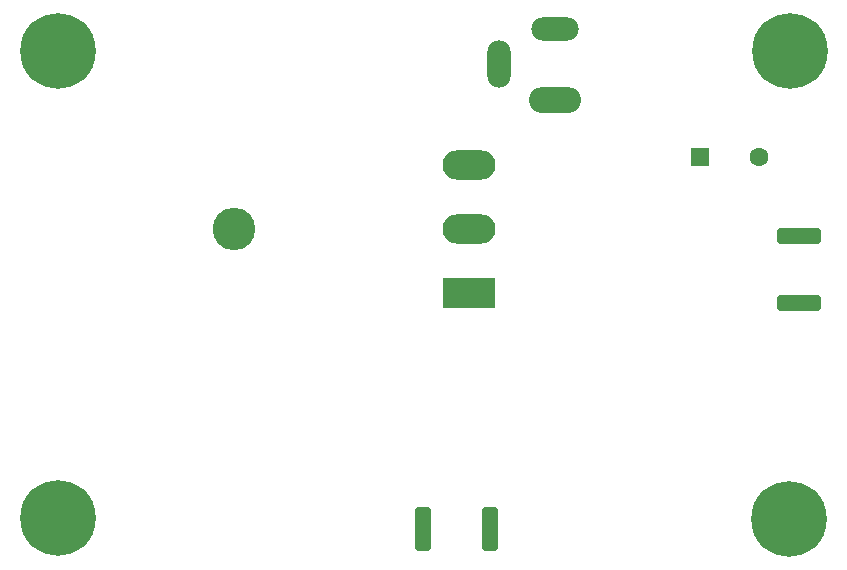
<source format=gbr>
%TF.GenerationSoftware,KiCad,Pcbnew,8.99.0-unknown-2b81d3a93c~180~ubuntu22.04.1*%
%TF.CreationDate,2024-08-01T07:46:56+05:30*%
%TF.ProjectId,HF-PA-v10,48462d50-412d-4763-9130-2e6b69636164,rev?*%
%TF.SameCoordinates,Original*%
%TF.FileFunction,Soldermask,Bot*%
%TF.FilePolarity,Negative*%
%FSLAX46Y46*%
G04 Gerber Fmt 4.6, Leading zero omitted, Abs format (unit mm)*
G04 Created by KiCad (PCBNEW 8.99.0-unknown-2b81d3a93c~180~ubuntu22.04.1) date 2024-08-01 07:46:56*
%MOMM*%
%LPD*%
G01*
G04 APERTURE LIST*
G04 Aperture macros list*
%AMRoundRect*
0 Rectangle with rounded corners*
0 $1 Rounding radius*
0 $2 $3 $4 $5 $6 $7 $8 $9 X,Y pos of 4 corners*
0 Add a 4 corners polygon primitive as box body*
4,1,4,$2,$3,$4,$5,$6,$7,$8,$9,$2,$3,0*
0 Add four circle primitives for the rounded corners*
1,1,$1+$1,$2,$3*
1,1,$1+$1,$4,$5*
1,1,$1+$1,$6,$7*
1,1,$1+$1,$8,$9*
0 Add four rect primitives between the rounded corners*
20,1,$1+$1,$2,$3,$4,$5,0*
20,1,$1+$1,$4,$5,$6,$7,0*
20,1,$1+$1,$6,$7,$8,$9,0*
20,1,$1+$1,$8,$9,$2,$3,0*%
G04 Aperture macros list end*
%ADD10C,0.800000*%
%ADD11C,6.400000*%
%ADD12RoundRect,0.250000X1.600000X-0.425000X1.600000X0.425000X-1.600000X0.425000X-1.600000X-0.425000X0*%
%ADD13O,4.400000X2.200000*%
%ADD14O,4.000000X2.000000*%
%ADD15O,2.000000X4.000000*%
%ADD16RoundRect,0.250000X-0.425000X-1.600000X0.425000X-1.600000X0.425000X1.600000X-0.425000X1.600000X0*%
%ADD17O,3.600000X3.600000*%
%ADD18R,4.500000X2.500000*%
%ADD19O,4.500000X2.500000*%
%ADD20R,1.600000X1.600000*%
%ADD21C,1.600000*%
G04 APERTURE END LIST*
D10*
%TO.C,H3*%
X139400000Y-105720000D03*
X140102944Y-104022944D03*
X140102944Y-107417056D03*
X141800000Y-103320000D03*
D11*
X141800000Y-105720000D03*
D10*
X141800000Y-108120000D03*
X143497056Y-104022944D03*
X143497056Y-107417056D03*
X144200000Y-105720000D03*
%TD*%
D12*
%TO.C,RF_OUT1*%
X204557500Y-81895000D03*
X204557500Y-87545000D03*
%TD*%
D13*
%TO.C,Power1*%
X183850000Y-70312500D03*
D14*
X183850000Y-64312500D03*
D15*
X179150000Y-67312500D03*
%TD*%
D10*
%TO.C,H4*%
X201300000Y-105790000D03*
X202002944Y-104092944D03*
X202002944Y-107487056D03*
X203700000Y-103390000D03*
D11*
X203700000Y-105790000D03*
D10*
X203700000Y-108190000D03*
X205397056Y-104092944D03*
X205397056Y-107487056D03*
X206100000Y-105790000D03*
%TD*%
D16*
%TO.C,RF_IN1*%
X178395000Y-106690000D03*
X172745000Y-106690000D03*
%TD*%
D17*
%TO.C,Q1*%
X156740000Y-81270000D03*
D18*
X176600000Y-86720000D03*
D19*
X176600000Y-81270000D03*
X176600000Y-75820000D03*
%TD*%
D20*
%TO.C,C6*%
X196187349Y-75180000D03*
D21*
X201187349Y-75180000D03*
%TD*%
D10*
%TO.C,H1*%
X139430000Y-66200000D03*
X140132944Y-64502944D03*
X140132944Y-67897056D03*
X141830000Y-63800000D03*
D11*
X141830000Y-66200000D03*
D10*
X141830000Y-68600000D03*
X143527056Y-64502944D03*
X143527056Y-67897056D03*
X144230000Y-66200000D03*
%TD*%
%TO.C,H2*%
X201352944Y-66177944D03*
X202055888Y-64480888D03*
X202055888Y-67875000D03*
X203752944Y-63777944D03*
D11*
X203752944Y-66177944D03*
D10*
X203752944Y-68577944D03*
X205450000Y-64480888D03*
X205450000Y-67875000D03*
X206152944Y-66177944D03*
%TD*%
M02*

</source>
